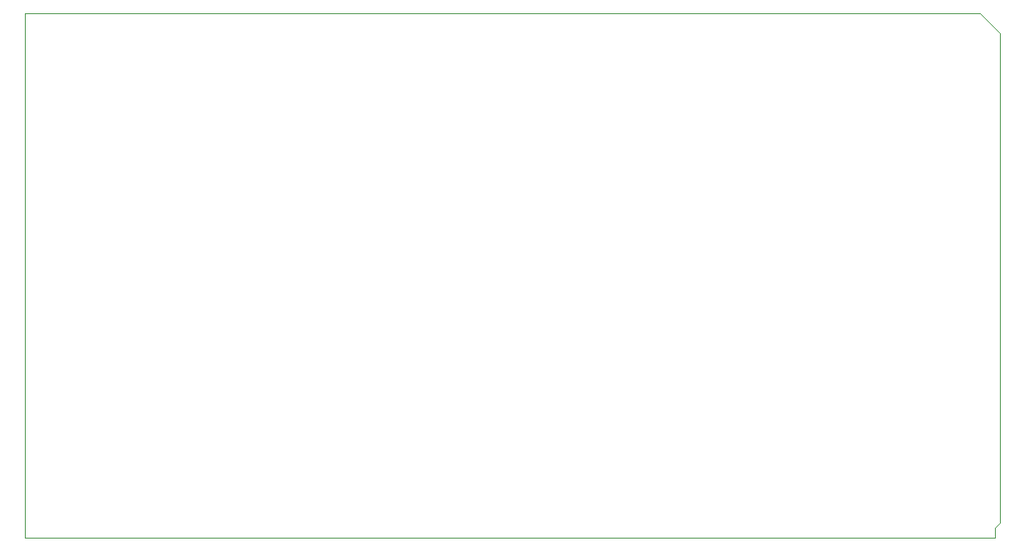
<source format=gbr>
%TF.GenerationSoftware,KiCad,Pcbnew,8.0.8+dfsg-1*%
%TF.CreationDate,2025-07-24T05:24:11-04:00*%
%TF.ProjectId,VGA_SRAM_SHIELD_DB_MULTIPLEX,5647415f-5352-4414-9d5f-534849454c44,rev?*%
%TF.SameCoordinates,Original*%
%TF.FileFunction,Profile,NP*%
%FSLAX46Y46*%
G04 Gerber Fmt 4.6, Leading zero omitted, Abs format (unit mm)*
G04 Created by KiCad (PCBNEW 8.0.8+dfsg-1) date 2025-07-24 05:24:11*
%MOMM*%
%LPD*%
G01*
G04 APERTURE LIST*
%TA.AperFunction,Profile*%
%ADD10C,0.050000*%
%TD*%
G04 APERTURE END LIST*
D10*
X130701200Y-25300850D02*
X130701200Y-75300850D01*
X130201200Y-75800850D02*
X130201200Y-76800850D01*
X128701200Y-23300850D02*
X130701200Y-25300850D01*
X130201200Y-76800850D02*
X31201200Y-76800850D01*
X130701200Y-75300850D02*
X130201200Y-75800850D01*
X31201200Y-23300850D02*
X128701200Y-23300850D01*
X31201200Y-76800850D02*
X31201200Y-23300850D01*
M02*

</source>
